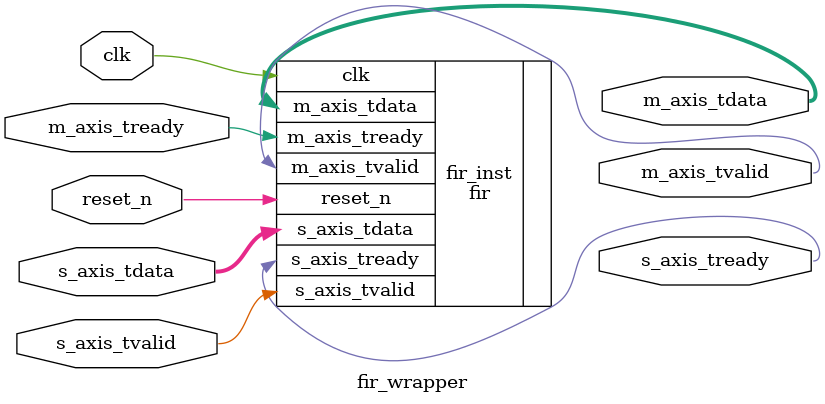
<source format=v>
`timescale 1ns / 1ps

module fir_wrapper #(
    parameter WIDTH = 16
)(
    input  wire clk,
    input  wire reset_n,
    input  wire [WIDTH-1:0] s_axis_tdata,
    input  wire s_axis_tvalid,
    output wire s_axis_tready,
    
    output wire [WIDTH-1:0]  m_axis_tdata,
    output wire m_axis_tvalid,
    input  wire m_axis_tready
);
    fir #(
        .WIDTH(WIDTH)
    ) fir_inst (
        .clk(clk),
        .reset_n(reset_n),
        
        .s_axis_tdata(s_axis_tdata),
        .s_axis_tvalid(s_axis_tvalid),
        .s_axis_tready(s_axis_tready),
        
        .m_axis_tdata(m_axis_tdata),
        .m_axis_tvalid(m_axis_tvalid),
        .m_axis_tready(m_axis_tready)
    );

endmodule

</source>
